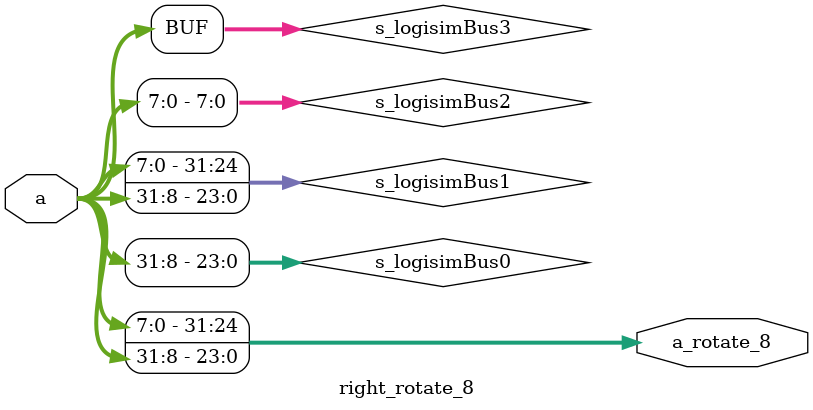
<source format=v>
/******************************************************************************
 ** Logisim-evolution goes FPGA automatic generated Verilog code             **
 ** https://github.com/logisim-evolution/                                    **
 **                                                                          **
 ** Component : right_rotate_8                                               **
 **                                                                          **
 *****************************************************************************/

module right_rotate_8( a,
                       a_rotate_8 );

   /*******************************************************************************
   ** The inputs are defined here                                                **
   *******************************************************************************/
   input [31:0] a;

   /*******************************************************************************
   ** The outputs are defined here                                               **
   *******************************************************************************/
   output [31:0] a_rotate_8;

   /*******************************************************************************
   ** The wires are defined here                                                 **
   *******************************************************************************/
   wire [23:0] s_logisimBus0;
   wire [31:0] s_logisimBus1;
   wire [7:0]  s_logisimBus2;
   wire [31:0] s_logisimBus3;

   /*******************************************************************************
   ** The module functionality is described here                                 **
   *******************************************************************************/

   /*******************************************************************************
   ** Here all wiring is defined                                                 **
   *******************************************************************************/
   assign s_logisimBus0[0]  = s_logisimBus3[8];
   assign s_logisimBus0[10] = s_logisimBus3[18];
   assign s_logisimBus0[11] = s_logisimBus3[19];
   assign s_logisimBus0[12] = s_logisimBus3[20];
   assign s_logisimBus0[13] = s_logisimBus3[21];
   assign s_logisimBus0[14] = s_logisimBus3[22];
   assign s_logisimBus0[15] = s_logisimBus3[23];
   assign s_logisimBus0[16] = s_logisimBus3[24];
   assign s_logisimBus0[17] = s_logisimBus3[25];
   assign s_logisimBus0[18] = s_logisimBus3[26];
   assign s_logisimBus0[19] = s_logisimBus3[27];
   assign s_logisimBus0[1]  = s_logisimBus3[9];
   assign s_logisimBus0[20] = s_logisimBus3[28];
   assign s_logisimBus0[21] = s_logisimBus3[29];
   assign s_logisimBus0[22] = s_logisimBus3[30];
   assign s_logisimBus0[23] = s_logisimBus3[31];
   assign s_logisimBus0[2]  = s_logisimBus3[10];
   assign s_logisimBus0[3]  = s_logisimBus3[11];
   assign s_logisimBus0[4]  = s_logisimBus3[12];
   assign s_logisimBus0[5]  = s_logisimBus3[13];
   assign s_logisimBus0[6]  = s_logisimBus3[14];
   assign s_logisimBus0[7]  = s_logisimBus3[15];
   assign s_logisimBus0[8]  = s_logisimBus3[16];
   assign s_logisimBus0[9]  = s_logisimBus3[17];
   assign s_logisimBus1[0]  = s_logisimBus0[0];
   assign s_logisimBus1[10] = s_logisimBus0[10];
   assign s_logisimBus1[11] = s_logisimBus0[11];
   assign s_logisimBus1[12] = s_logisimBus0[12];
   assign s_logisimBus1[13] = s_logisimBus0[13];
   assign s_logisimBus1[14] = s_logisimBus0[14];
   assign s_logisimBus1[15] = s_logisimBus0[15];
   assign s_logisimBus1[16] = s_logisimBus0[16];
   assign s_logisimBus1[17] = s_logisimBus0[17];
   assign s_logisimBus1[18] = s_logisimBus0[18];
   assign s_logisimBus1[19] = s_logisimBus0[19];
   assign s_logisimBus1[1]  = s_logisimBus0[1];
   assign s_logisimBus1[20] = s_logisimBus0[20];
   assign s_logisimBus1[21] = s_logisimBus0[21];
   assign s_logisimBus1[22] = s_logisimBus0[22];
   assign s_logisimBus1[23] = s_logisimBus0[23];
   assign s_logisimBus1[24] = s_logisimBus2[0];
   assign s_logisimBus1[25] = s_logisimBus2[1];
   assign s_logisimBus1[26] = s_logisimBus2[2];
   assign s_logisimBus1[27] = s_logisimBus2[3];
   assign s_logisimBus1[28] = s_logisimBus2[4];
   assign s_logisimBus1[29] = s_logisimBus2[5];
   assign s_logisimBus1[2]  = s_logisimBus0[2];
   assign s_logisimBus1[30] = s_logisimBus2[6];
   assign s_logisimBus1[31] = s_logisimBus2[7];
   assign s_logisimBus1[3]  = s_logisimBus0[3];
   assign s_logisimBus1[4]  = s_logisimBus0[4];
   assign s_logisimBus1[5]  = s_logisimBus0[5];
   assign s_logisimBus1[6]  = s_logisimBus0[6];
   assign s_logisimBus1[7]  = s_logisimBus0[7];
   assign s_logisimBus1[8]  = s_logisimBus0[8];
   assign s_logisimBus1[9]  = s_logisimBus0[9];
   assign s_logisimBus2[0]  = s_logisimBus3[0];
   assign s_logisimBus2[1]  = s_logisimBus3[1];
   assign s_logisimBus2[2]  = s_logisimBus3[2];
   assign s_logisimBus2[3]  = s_logisimBus3[3];
   assign s_logisimBus2[4]  = s_logisimBus3[4];
   assign s_logisimBus2[5]  = s_logisimBus3[5];
   assign s_logisimBus2[6]  = s_logisimBus3[6];
   assign s_logisimBus2[7]  = s_logisimBus3[7];

   /*******************************************************************************
   ** Here all input connections are defined                                     **
   *******************************************************************************/
   assign s_logisimBus3[31:0] = a;

   /*******************************************************************************
   ** Here all output connections are defined                                    **
   *******************************************************************************/
   assign a_rotate_8 = s_logisimBus1[31:0];

endmodule

</source>
